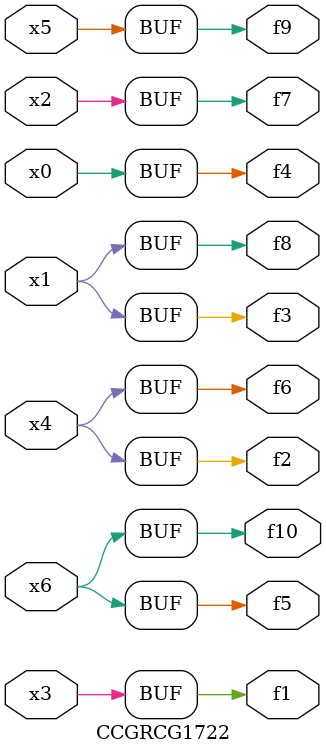
<source format=v>
module CCGRCG1722(
	input x0, x1, x2, x3, x4, x5, x6,
	output f1, f2, f3, f4, f5, f6, f7, f8, f9, f10
);
	assign f1 = x3;
	assign f2 = x4;
	assign f3 = x1;
	assign f4 = x0;
	assign f5 = x6;
	assign f6 = x4;
	assign f7 = x2;
	assign f8 = x1;
	assign f9 = x5;
	assign f10 = x6;
endmodule

</source>
